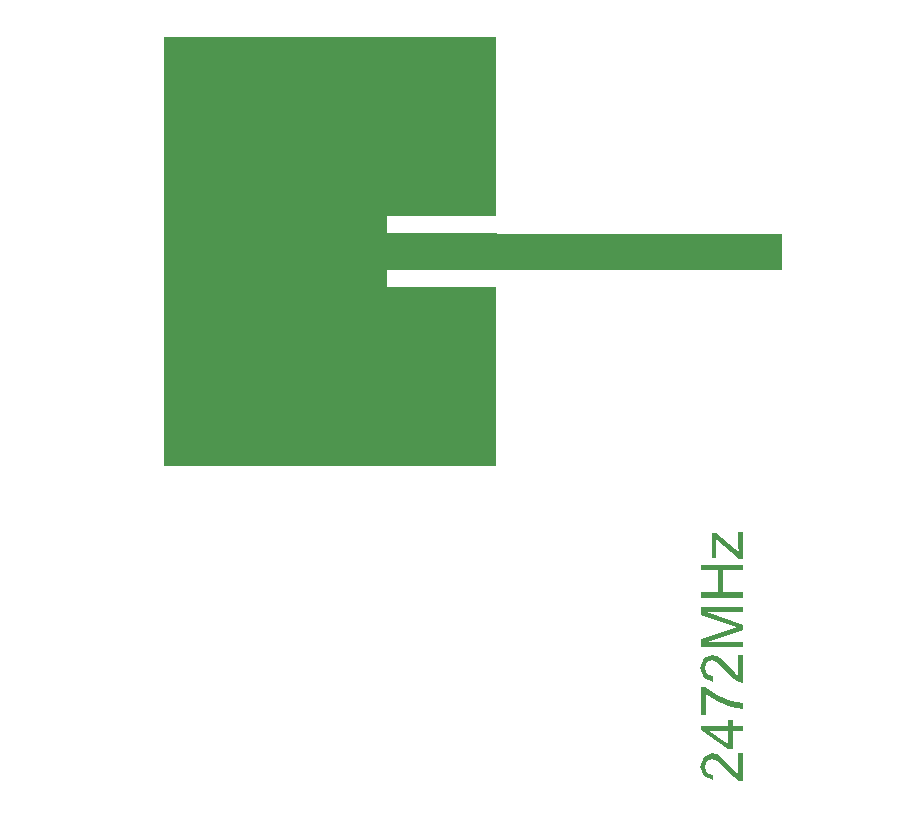
<source format=gtl>
G04 ===== Begin FILE IDENTIFICATION =====*
G04 File Format:  Gerber RS274X*
G04 ===== End FILE IDENTIFICATION =====*
%FSLAX24Y24*%
%MOIN*%
%SFA1.0000B1.0000*%
%OFA0.0B0.0*%
%ADD14R,0.951772X0.121654*%
%LNcond*%
%IPPOS*%
%LPD*%
G75*
D14*
X10320Y0D03*
G36*
G01X5561Y7138D02*
G01X-5502D01*
G01Y-7138D01*
G01X5561D01*
G01Y-1199D01*
G01X1929D01*
G01Y-608D01*
G01X5576D01*
G01Y608D01*
G01X1929D01*
G01Y1199D01*
G01X5561D01*
G01Y7138D01*
G37*
G36*
G01X13613Y-16726D02*
G01X13780D01*
G01Y-17657D01*
G01X13659Y-17637D01*
G01X13472Y-17523D01*
G01X13259Y-17297D01*
G01X12960Y-16986D01*
G01X12752Y-16906D01*
G01X12578Y-16979D01*
G01X12507Y-17170D01*
G01X12582Y-17371D01*
G01X12790Y-17446D01*
G01X12772Y-17624D01*
G01X12469Y-17486D01*
G01X12365Y-17167D01*
G01X12477Y-16845D01*
G01X12756Y-16727D01*
G01X12923Y-16762D01*
G01X13094Y-16877D01*
G01X13343Y-17143D01*
G01X13520Y-17344D01*
G01X13613Y-17416D01*
G01Y-16726D01*
G37*
G36*
G01X13442Y-15813D02*
G01Y-15623D01*
G01X13284D01*
G01Y-15813D01*
G01X12648D01*
G01Y-15987D01*
G01X13284D01*
G01Y-16427D01*
G01X12648Y-15987D01*
G01Y-15813D01*
G01X12371D01*
G01Y-15955D01*
G01X13284Y-16598D01*
G01X13442D01*
G01Y-15987D01*
G01X13780D01*
G01Y-15813D01*
G01X13442D01*
G37*
G36*
G01X12555Y-15436D02*
G01X12389D01*
G01Y-14524D01*
G01X12523D01*
G01X12904Y-14790D01*
G01X13392Y-14995D01*
G01X13780Y-15062D01*
G01Y-15239D01*
G01X13378Y-15173D01*
G01X12924Y-14994D01*
G01X12555Y-14745D01*
G01Y-15436D01*
G37*
G36*
G01X13613Y-13445D02*
G01X13780D01*
G01Y-14376D01*
G01X13659Y-14355D01*
G01X13472Y-14242D01*
G01X13259Y-14016D01*
G01X12960Y-13705D01*
G01X12752Y-13625D01*
G01X12578Y-13698D01*
G01X12507Y-13889D01*
G01X12582Y-14090D01*
G01X12790Y-14165D01*
G01X12772Y-14343D01*
G01X12469Y-14205D01*
G01X12365Y-13885D01*
G01X12477Y-13564D01*
G01X12756Y-13446D01*
G01X12923Y-13481D01*
G01X13094Y-13596D01*
G01X13343Y-13862D01*
G01X13520Y-14063D01*
G01X13613Y-14135D01*
G01Y-13445D01*
G37*
G36*
G01X13780Y-13195D02*
G01X12371D01*
G01Y-12915D01*
G01X13369Y-12581D01*
G01X13577Y-12514D01*
G01X13351Y-12438D01*
G01X12371Y-12101D01*
G01Y-11850D01*
G01X13780D01*
G01Y-12030D01*
G01X12600D01*
G01X13780Y-12440D01*
G01Y-12608D01*
G01X12580Y-13016D01*
G01X13780D01*
G01Y-13195D01*
G37*
G36*
G01X13780Y-11545D02*
G01X12371D01*
G01Y-11358D01*
G01X12949D01*
G01Y-10626D01*
G01X12371D01*
G01Y-10439D01*
G01X13780D01*
G01Y-10626D01*
G01X13115D01*
G01Y-11358D01*
G01X13780D01*
G01Y-11545D01*
G37*
G36*
G01X13780Y-10244D02*
G01X13639D01*
G01X12894Y-9594D01*
G01X12899Y-9788D01*
G01Y-10204D01*
G01X12758D01*
G01Y-9370D01*
G01X12873D01*
G01X13521Y-9924D01*
G01X13639Y-10030D01*
G01X13631Y-9812D01*
G01Y-9339D01*
G01X13780D01*
G01Y-10244D01*
G37*
M02*


</source>
